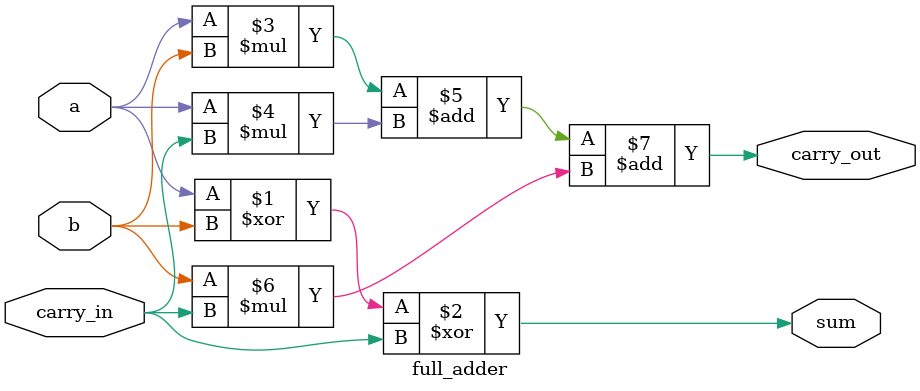
<source format=v>
module full_adder (
    input a,
    input b,
    input carry_in,
    output sum,
    output carry_out
);
    assign sum = a ^ b ^ carry_in;
    assign carry_out = (a * b) + (a * carry_in) + (b * carry_in);
endmodule

</source>
